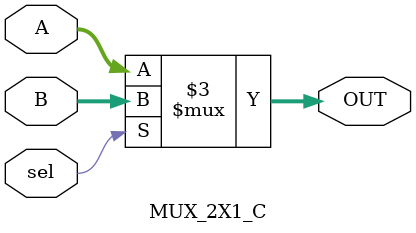
<source format=v>
module MUX_2X1_C #(parameter N = 8)(
input       wire       [N-1:0]       A,
input       wire       [N-1:0]       B,
input       wire                     sel,
output      reg        [N-1:0]       OUT
);



always@(*)
begin
	if(sel)
		begin
			OUT = B;
		end
	else
		begin
			OUT = A;
		end
end







endmodule
</source>
